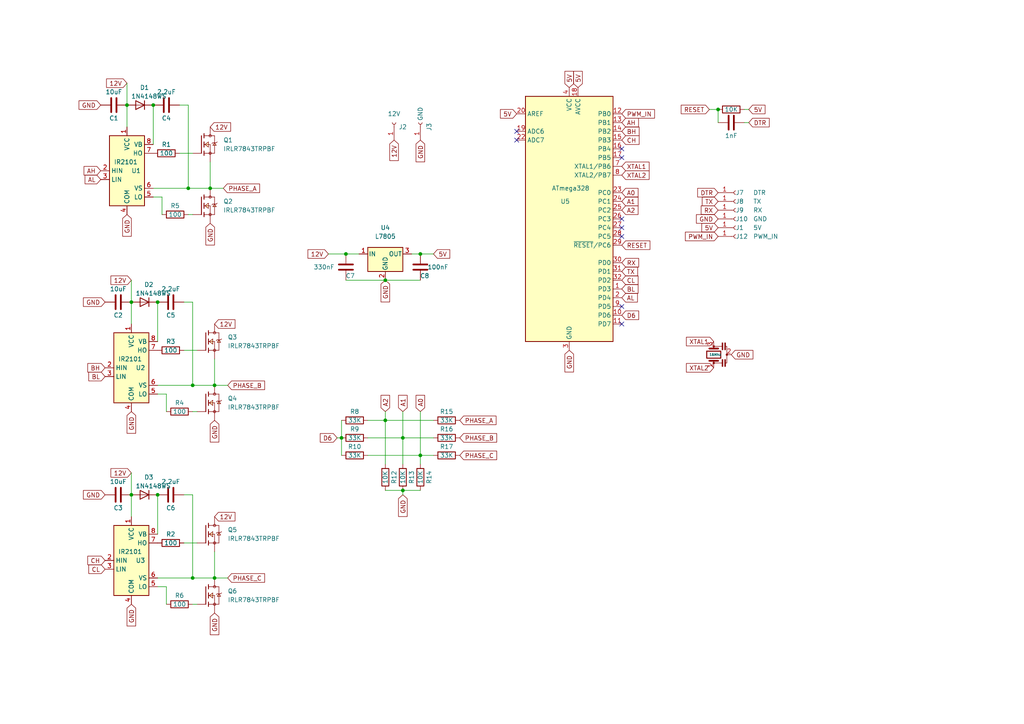
<source format=kicad_sch>
(kicad_sch (version 20211123) (generator eeschema)
  (paper "A4")
  (lib_symbols
    (symbol "Connector:Conn_01x01_Female" (pin_names (offset 1.016) hide)
      (property "Reference" "J" (at 0 2.54 0))
      (property "Value" "Conn_01x01_Female" (at 0 -2.54 0))
      (symbol "Conn_01x01_Female_1_1"
        (polyline (pts (xy -1.27 0) (xy -0.508 0)) (stroke (width 0.1524)))
        (arc (start 0 0.508) (mid -0.508 0) (end 0 -0.508) (stroke (width 0.1524)))
        (pin passive line (at -5.08 0 0) (length 3.81) (name "Pin_1") (number "1"))
      )
    )
    (symbol "Device:C" (pin_numbers hide) (pin_names (offset 0.254))
      (property "Reference" "C" (at 0.635 2.54 0))
      (property "Value" "C" (at 0.635 -2.54 0))
      (symbol "C_0_1"
        (polyline (pts (xy -2.032 -0.762) (xy 2.032 -0.762)) (stroke (width 0.508)))
        (polyline (pts (xy -2.032 0.762) (xy 2.032 0.762)) (stroke (width 0.508)))
      )
      (symbol "C_1_1"
        (pin passive line (at 0 3.81 270) (length 2.794) (name "~") (number "1"))
        (pin passive line (at 0 -3.81 90) (length 2.794) (name "~") (number "2"))
      )
    )
    (symbol "Device:R" (pin_numbers hide) (pin_names (offset 0))
      (property "Reference" "R" (at 2.032 0 90))
      (property "Value" "R" (at 0 0 90))
      (symbol "R_0_1"
        (rectangle (start -1.016 -2.54) (end 1.016 2.54) (stroke (width 0.254)))
      )
      (symbol "R_1_1"
        (pin passive line (at 0 3.81 270) (length 1.27) (name "~") (number "1"))
        (pin passive line (at 0 -3.81 90) (length 1.27) (name "~") (number "2"))
      )
    )
    (symbol "Device:Resonator" (pin_names (offset 1.016) hide)
      (property "Reference" "Y" (at 0 5.715 0))
      (property "Value" "Resonator" (at 0 3.81 0))
      (symbol "Resonator_0_1"
        (rectangle (start -3.429 -3.175) (end -1.397 -3.429) (fill (type outline)))
        (rectangle (start -3.429 -2.413) (end -1.397 -2.667) (fill (type outline)))
        (circle (center -2.413 0) (radius 0.254) (fill (type outline)))
        (rectangle (start -1.016 2.032) (end 1.016 -2.032) (stroke (width 0.3048)))
        (circle (center 0 -3.81) (radius 0.254) (fill (type outline)))
        (polyline (pts (xy -2.413 -2.413) (xy -2.413 0)))
        (polyline (pts (xy -1.905 0) (xy -3.175 0)))
        (polyline (pts (xy -1.778 -1.27) (xy -1.778 1.27)) (stroke (width 0.508)))
        (polyline (pts (xy 1.778 -1.27) (xy 1.778 1.27)) (stroke (width 0.508)))
        (polyline (pts (xy 1.905 0) (xy 2.54 0)))
        (polyline (pts (xy 2.413 0) (xy 2.413 -2.54)))
        (polyline (pts (xy 2.413 -3.302) (xy 2.413 -3.81) (xy -2.413 -3.81) (xy -2.413 -3.302)))
        (rectangle (start 1.397 -3.175) (end 3.429 -3.429) (fill (type outline)))
        (rectangle (start 1.397 -2.413) (end 3.429 -2.667) (fill (type outline)))
        (circle (center 2.413 0) (radius 0.254) (fill (type outline)))
      )
      (symbol "Resonator_1_1"
        (pin passive line (at -3.81 0 0) (length 1.27) (name "1") (number "1"))
        (pin passive line (at 0 -5.08 90) (length 1.27) (name "2") (number "2"))
        (pin passive line (at 3.81 0 180) (length 1.27) (name "3") (number "3"))
      )
    )
    (symbol "Diode:1N4148WS" (pin_numbers hide) (pin_names (offset 1.016) hide)
      (property "Reference" "D" (at 0 2.54 0))
      (property "Value" "1N4148WS" (at 0 -2.54 0))
      (symbol "1N4148WS_0_1"
        (polyline (pts (xy -1.27 1.27) (xy -1.27 -1.27)) (stroke (width 0.254)))
        (polyline (pts (xy 1.27 0) (xy -1.27 0)))
        (polyline (pts (xy 1.27 1.27) (xy 1.27 -1.27) (xy -1.27 0) (xy 1.27 1.27)) (stroke (width 0.254)))
      )
      (symbol "1N4148WS_1_1"
        (pin passive line (at -3.81 0 0) (length 2.54) (name "K") (number "1"))
        (pin passive line (at 3.81 0 180) (length 2.54) (name "A") (number "2"))
      )
    )
    (symbol "Driver_FET:IR2101"
      (property "Reference" "U" (at 1.27 13.335 0))
      (property "Value" "IR2101" (at 1.27 11.43 0))
      (symbol "IR2101_0_1"
        (rectangle (start -5.08 -10.16) (end 5.08 10.16) (stroke (width 0.254)) (fill (type background)))
      )
      (symbol "IR2101_1_1"
        (pin power_in line (at 0 12.7 270) (length 2.54) (name "VCC") (number "1"))
        (pin input line (at -7.62 0 0) (length 2.54) (name "HIN") (number "2"))
        (pin input line (at -7.62 -2.54 0) (length 2.54) (name "LIN") (number "3"))
        (pin power_in line (at 0 -12.7 90) (length 2.54) (name "COM") (number "4"))
        (pin output line (at 7.62 -7.62 180) (length 2.54) (name "LO") (number "5"))
        (pin passive line (at 7.62 -5.08 180) (length 2.54) (name "VS") (number "6"))
        (pin output line (at 7.62 5.08 180) (length 2.54) (name "HO") (number "7"))
        (pin passive line (at 7.62 7.62 180) (length 2.54) (name "VB") (number "8"))
      )
    )
    (symbol "IRLR7843TRPBF:IRLR7843TRPBF" (pin_numbers hide) (pin_names (offset 1.016) hide)
      (property "Reference" "Q" (at 6.35 2.54 0))
      (property "Value" "IRLR7843TRPBF" (at 6.35 0 0))
      (symbol "IRLR7843TRPBF_0_0"
        (polyline (pts (xy 0 2.54) (xy 0 -2.54)) (stroke (width 0.254)))
        (polyline (pts (xy 0.762 -2.54) (xy 0.762 -3.175)) (stroke (width 0.254)))
        (polyline (pts (xy 0.762 -1.905) (xy 0.762 -2.54)) (stroke (width 0.254)))
        (polyline (pts (xy 0.762 0) (xy 0.762 -0.762)) (stroke (width 0.254)))
        (polyline (pts (xy 0.762 0) (xy 2.54 0)) (stroke (width 0.1524)))
        (polyline (pts (xy 0.762 0.762) (xy 0.762 0)) (stroke (width 0.254)))
        (polyline (pts (xy 0.762 2.54) (xy 0.762 1.905)) (stroke (width 0.254)))
        (polyline (pts (xy 0.762 2.54) (xy 3.81 2.54)) (stroke (width 0.1524)))
        (polyline (pts (xy 0.762 3.175) (xy 0.762 2.54)) (stroke (width 0.254)))
        (polyline (pts (xy 2.54 -2.54) (xy 0.762 -2.54)) (stroke (width 0.1524)))
        (polyline (pts (xy 2.54 -2.54) (xy 3.81 -2.54)) (stroke (width 0.1524)))
        (polyline (pts (xy 2.54 0) (xy 2.54 -2.54)) (stroke (width 0.1524)))
        (polyline (pts (xy 3.302 0.508) (xy 3.048 0.254)) (stroke (width 0.1524)))
        (polyline (pts (xy 3.81 0.508) (xy 3.302 0.508)) (stroke (width 0.1524)))
        (polyline (pts (xy 3.81 0.508) (xy 3.81 -2.54)) (stroke (width 0.1524)))
        (polyline (pts (xy 3.81 2.54) (xy 3.81 0.508)) (stroke (width 0.1524)))
        (polyline (pts (xy 4.318 0.508) (xy 3.81 0.508)) (stroke (width 0.1524)))
        (polyline (pts (xy 4.572 0.762) (xy 4.318 0.508)) (stroke (width 0.1524)))
        (polyline (pts (xy 1.016 0) (xy 2.032 0.762) (xy 2.032 -0.762) (xy 1.016 0)) (stroke (width 0.1524)) (fill (type background)))
        (polyline (pts (xy 3.81 0.508) (xy 3.302 -0.254) (xy 4.318 -0.254) (xy 3.81 0.508)) (stroke (width 0.1524)) (fill (type background)))
        (circle (center 2.54 -2.54) (radius 0.3556))
        (circle (center 2.54 2.54) (radius 0.3556))
        (pin passive line (at -2.54 -2.54 0) (length 2.54) (name "~") (number "1"))
        (pin passive line (at 2.54 -5.08 90) (length 2.54) (name "~") (number "3"))
        (pin passive line (at 2.54 5.08 270) (length 2.54) (name "~") (number "4"))
      )
    )
    (symbol "MCU_Microchip_ATmega:ATmega328-A"
      (property "Reference" "U" (at -12.7 36.83 0))
      (property "Value" "ATmega328-A" (at 2.54 -36.83 0))
      (symbol "ATmega328-A_0_1"
        (rectangle (start -12.7 -35.56) (end 12.7 35.56) (stroke (width 0.254)) (fill (type background)))
      )
      (symbol "ATmega328-A_1_1"
        (pin bidirectional line (at 15.24 -20.32 180) (length 2.54) (name "PD3") (number "1"))
        (pin bidirectional line (at 15.24 -27.94 180) (length 2.54) (name "PD6") (number "10"))
        (pin bidirectional line (at 15.24 -30.48 180) (length 2.54) (name "PD7") (number "11"))
        (pin bidirectional line (at 15.24 30.48 180) (length 2.54) (name "PB0") (number "12"))
        (pin bidirectional line (at 15.24 27.94 180) (length 2.54) (name "PB1") (number "13"))
        (pin bidirectional line (at 15.24 25.4 180) (length 2.54) (name "PB2") (number "14"))
        (pin bidirectional line (at 15.24 22.86 180) (length 2.54) (name "PB3") (number "15"))
        (pin bidirectional line (at 15.24 20.32 180) (length 2.54) (name "PB4") (number "16"))
        (pin bidirectional line (at 15.24 17.78 180) (length 2.54) (name "PB5") (number "17"))
        (pin power_in line (at 2.54 38.1 270) (length 2.54) (name "AVCC") (number "18"))
        (pin input line (at -15.24 25.4 0) (length 2.54) (name "ADC6") (number "19"))
        (pin bidirectional line (at 15.24 -22.86 180) (length 2.54) (name "PD4") (number "2"))
        (pin passive line (at -15.24 30.48 0) (length 2.54) (name "AREF") (number "20"))
        (pin passive line (at 0 -38.1 90) (length 2.54) hide (name "GND") (number "21"))
        (pin input line (at -15.24 22.86 0) (length 2.54) (name "ADC7") (number "22"))
        (pin bidirectional line (at 15.24 7.62 180) (length 2.54) (name "PC0") (number "23"))
        (pin bidirectional line (at 15.24 5.08 180) (length 2.54) (name "PC1") (number "24"))
        (pin bidirectional line (at 15.24 2.54 180) (length 2.54) (name "PC2") (number "25"))
        (pin bidirectional line (at 15.24 0 180) (length 2.54) (name "PC3") (number "26"))
        (pin bidirectional line (at 15.24 -2.54 180) (length 2.54) (name "PC4") (number "27"))
        (pin bidirectional line (at 15.24 -5.08 180) (length 2.54) (name "PC5") (number "28"))
        (pin bidirectional line (at 15.24 -7.62 180) (length 2.54) (name "~{RESET}/PC6") (number "29"))
        (pin power_in line (at 0 -38.1 90) (length 2.54) (name "GND") (number "3"))
        (pin bidirectional line (at 15.24 -12.7 180) (length 2.54) (name "PD0") (number "30"))
        (pin bidirectional line (at 15.24 -15.24 180) (length 2.54) (name "PD1") (number "31"))
        (pin bidirectional line (at 15.24 -17.78 180) (length 2.54) (name "PD2") (number "32"))
        (pin power_in line (at 0 38.1 270) (length 2.54) (name "VCC") (number "4"))
        (pin passive line (at 0 -38.1 90) (length 2.54) hide (name "GND") (number "5"))
        (pin passive line (at 0 38.1 270) (length 2.54) hide (name "VCC") (number "6"))
        (pin bidirectional line (at 15.24 15.24 180) (length 2.54) (name "XTAL1/PB6") (number "7"))
        (pin bidirectional line (at 15.24 12.7 180) (length 2.54) (name "XTAL2/PB7") (number "8"))
        (pin bidirectional line (at 15.24 -25.4 180) (length 2.54) (name "PD5") (number "9"))
      )
    )
    (symbol "Regulator_Linear:L7805" (pin_names (offset 0.254))
      (property "Reference" "U" (at -3.81 3.175 0))
      (property "Value" "L7805" (at 0 3.175 0))
      (symbol "L7805_0_1"
        (rectangle (start -5.08 1.905) (end 5.08 -5.08) (stroke (width 0.254)) (fill (type background)))
      )
      (symbol "L7805_1_1"
        (pin power_in line (at -7.62 0 0) (length 2.54) (name "IN") (number "1"))
        (pin power_in line (at 0 -7.62 90) (length 2.54) (name "GND") (number "2"))
        (pin power_out line (at 7.62 0 180) (length 2.54) (name "OUT") (number "3"))
      )
    )
  )
  (junction (at 99.06 127))
  (junction (at 60.96 54.61))
  (junction (at 121.92 132.08))
  (junction (at 111.76 81.28))
  (junction (at 111.76 121.92))
  (junction (at 208.28 31.75))
  (junction (at 45.72 143.51))
  (junction (at 45.72 87.63))
  (junction (at 55.88 167.64))
  (junction (at 121.92 73.66))
  (junction (at 62.23 167.64))
  (junction (at 55.88 111.76))
  (junction (at 38.1 143.51))
  (junction (at 44.45 30.48))
  (junction (at 38.1 87.63))
  (junction (at 100.33 73.66))
  (junction (at 36.83 30.48))
  (junction (at 116.84 127))
  (junction (at 54.61 54.61))
  (junction (at 62.23 111.76))
  (junction (at 116.84 142.24))
  (no_connect (at 180.34 66.04))
  (no_connect (at 180.34 93.98))
  (no_connect (at 180.34 43.18))
  (no_connect (at 180.34 68.58))
  (no_connect (at 180.34 88.9))
  (no_connect (at 180.34 63.5))
  (no_connect (at 180.34 45.72))
  (no_connect (at 149.86 40.64))
  (no_connect (at 149.86 38.1))
  (wire (pts (xy 119.38 73.66) (xy 121.92 73.66)))
  (wire (pts (xy 111.76 142.24) (xy 116.84 142.24)))
  (wire (pts (xy 116.84 127) (xy 116.84 134.62)))
  (wire (pts (xy 55.88 62.23) (xy 54.61 62.23)))
  (wire (pts (xy 106.68 132.08) (xy 121.92 132.08)))
  (wire (pts (xy 111.76 121.92) (xy 111.76 134.62)))
  (wire (pts (xy 99.06 127) (xy 99.06 132.08)))
  (wire (pts (xy 45.72 167.64) (xy 55.88 167.64)))
  (wire (pts (xy 48.26 114.3) (xy 48.26 119.38)))
  (wire (pts (xy 57.15 119.38) (xy 55.88 119.38)))
  (wire (pts (xy 99.06 121.92) (xy 99.06 127)))
  (wire (pts (xy 97.79 127) (xy 99.06 127)))
  (wire (pts (xy 60.96 54.61) (xy 64.77 54.61)))
  (wire (pts (xy 62.23 104.14) (xy 62.23 111.76)))
  (wire (pts (xy 54.61 30.48) (xy 54.61 54.61)))
  (wire (pts (xy 55.88 87.63) (xy 53.34 87.63)))
  (wire (pts (xy 45.72 87.63) (xy 45.72 99.06)))
  (wire (pts (xy 121.92 119.38) (xy 121.92 132.08)))
  (wire (pts (xy 205.74 31.75) (xy 208.28 31.75)))
  (wire (pts (xy 55.88 167.64) (xy 62.23 167.64)))
  (wire (pts (xy 53.34 157.48) (xy 57.15 157.48)))
  (wire (pts (xy 45.72 143.51) (xy 45.72 154.94)))
  (wire (pts (xy 53.34 101.6) (xy 57.15 101.6)))
  (wire (pts (xy 215.9 35.56) (xy 217.17 35.56)))
  (wire (pts (xy 121.92 132.08) (xy 121.92 134.62)))
  (wire (pts (xy 44.45 54.61) (xy 54.61 54.61)))
  (wire (pts (xy 36.83 24.13) (xy 36.83 30.48)))
  (wire (pts (xy 57.15 175.26) (xy 55.88 175.26)))
  (wire (pts (xy 48.26 170.18) (xy 48.26 175.26)))
  (wire (pts (xy 62.23 167.64) (xy 66.04 167.64)))
  (wire (pts (xy 106.68 127) (xy 116.84 127)))
  (wire (pts (xy 95.25 73.66) (xy 100.33 73.66)))
  (wire (pts (xy 38.1 143.51) (xy 38.1 149.86)))
  (wire (pts (xy 45.72 170.18) (xy 48.26 170.18)))
  (wire (pts (xy 62.23 160.02) (xy 62.23 167.64)))
  (wire (pts (xy 100.33 81.28) (xy 111.76 81.28)))
  (wire (pts (xy 217.17 31.75) (xy 215.9 31.75)))
  (wire (pts (xy 116.84 143.51) (xy 116.84 142.24)))
  (wire (pts (xy 116.84 142.24) (xy 121.92 142.24)))
  (wire (pts (xy 55.88 87.63) (xy 55.88 111.76)))
  (wire (pts (xy 121.92 132.08) (xy 125.73 132.08)))
  (wire (pts (xy 111.76 121.92) (xy 125.73 121.92)))
  (wire (pts (xy 36.83 30.48) (xy 36.83 36.83)))
  (wire (pts (xy 55.88 143.51) (xy 55.88 167.64)))
  (wire (pts (xy 111.76 81.28) (xy 121.92 81.28)))
  (wire (pts (xy 38.1 87.63) (xy 38.1 93.98)))
  (wire (pts (xy 208.28 31.75) (xy 208.28 35.56)))
  (wire (pts (xy 100.33 73.66) (xy 104.14 73.66)))
  (wire (pts (xy 54.61 30.48) (xy 52.07 30.48)))
  (wire (pts (xy 111.76 119.38) (xy 111.76 121.92)))
  (wire (pts (xy 121.92 73.66) (xy 125.73 73.66)))
  (wire (pts (xy 54.61 54.61) (xy 60.96 54.61)))
  (wire (pts (xy 106.68 121.92) (xy 111.76 121.92)))
  (wire (pts (xy 44.45 57.15) (xy 46.99 57.15)))
  (wire (pts (xy 62.23 111.76) (xy 66.04 111.76)))
  (wire (pts (xy 44.45 30.48) (xy 44.45 41.91)))
  (wire (pts (xy 45.72 114.3) (xy 48.26 114.3)))
  (wire (pts (xy 116.84 119.38) (xy 116.84 127)))
  (wire (pts (xy 45.72 111.76) (xy 55.88 111.76)))
  (wire (pts (xy 46.99 57.15) (xy 46.99 62.23)))
  (wire (pts (xy 116.84 127) (xy 125.73 127)))
  (wire (pts (xy 60.96 46.99) (xy 60.96 54.61)))
  (wire (pts (xy 52.07 44.45) (xy 55.88 44.45)))
  (wire (pts (xy 55.88 143.51) (xy 53.34 143.51)))
  (wire (pts (xy 55.88 111.76) (xy 62.23 111.76)))
  (wire (pts (xy 38.1 81.28) (xy 38.1 87.63)))
  (wire (pts (xy 38.1 137.16) (xy 38.1 143.51)))
  (global_label "12V" (shape input) (at 62.23 149.86 0) (property "Intersheet References" "${INTERSHEET_REFS}" (effects hide)))
  (global_label "PHASE_B" (shape input) (at 133.35 127 0) (property "Intersheet References" "${INTERSHEET_REFS}" (effects hide)))
  (global_label "GND" (shape input) (at 116.84 143.51 270) (property "Intersheet References" "${INTERSHEET_REFS}" (effects hide)))
  (global_label "RESET" (shape input) (at 180.34 71.12 0) (property "Intersheet References" "${INTERSHEET_REFS}" (effects hide)))
  (global_label "RX" (shape input) (at 180.34 76.2 0) (property "Intersheet References" "${INTERSHEET_REFS}" (effects hide)))
  (global_label "12V" (shape input) (at 60.96 36.83 0) (property "Intersheet References" "${INTERSHEET_REFS}" (effects hide)))
  (global_label "PHASE_C" (shape input) (at 66.04 167.64 0) (property "Intersheet References" "${INTERSHEET_REFS}" (effects hide)))
  (global_label "XTAL2" (shape input) (at 180.34 50.8 0) (property "Intersheet References" "${INTERSHEET_REFS}" (effects hide)))
  (global_label "CL" (shape input) (at 30.48 165.1 180) (property "Intersheet References" "${INTERSHEET_REFS}" (effects hide)))
  (global_label "PWM_IN" (shape input) (at 208.28 68.58 180) (property "Intersheet References" "${INTERSHEET_REFS}" (effects hide)))
  (global_label "GND" (shape input) (at 36.83 62.23 270) (property "Intersheet References" "${INTERSHEET_REFS}" (effects hide)))
  (global_label "PWM_IN" (shape input) (at 180.34 33.02 0) (property "Intersheet References" "${INTERSHEET_REFS}" (effects hide)))
  (global_label "BL" (shape input) (at 180.34 83.82 0) (property "Intersheet References" "${INTERSHEET_REFS}" (effects hide)))
  (global_label "GND" (shape input) (at 60.96 64.77 270) (property "Intersheet References" "${INTERSHEET_REFS}" (effects hide)))
  (global_label "GND" (shape input) (at 62.23 177.8 270) (property "Intersheet References" "${INTERSHEET_REFS}" (effects hide)))
  (global_label "CH" (shape input) (at 180.34 40.64 0) (property "Intersheet References" "${INTERSHEET_REFS}" (effects hide)))
  (global_label "CH" (shape input) (at 30.48 162.56 180) (property "Intersheet References" "${INTERSHEET_REFS}" (effects hide)))
  (global_label "A0" (shape input) (at 121.92 119.38 90) (property "Intersheet References" "${INTERSHEET_REFS}" (effects hide)))
  (global_label "AL" (shape input) (at 29.21 52.07 180) (property "Intersheet References" "${INTERSHEET_REFS}" (effects hide)))
  (global_label "AH" (shape input) (at 180.34 35.56 0) (property "Intersheet References" "${INTERSHEET_REFS}" (effects hide)))
  (global_label "12V" (shape input) (at 38.1 81.28 180) (property "Intersheet References" "${INTERSHEET_REFS}" (effects hide)))
  (global_label "A1" (shape input) (at 180.34 58.42 0) (property "Intersheet References" "${INTERSHEET_REFS}" (effects hide)))
  (global_label "RX" (shape input) (at 208.28 60.96 180) (property "Intersheet References" "${INTERSHEET_REFS}" (effects hide)))
  (global_label "GND" (shape input) (at 62.23 121.92 270) (property "Intersheet References" "${INTERSHEET_REFS}" (effects hide)))
  (global_label "D6" (shape input) (at 97.79 127 180) (property "Intersheet References" "${INTERSHEET_REFS}" (effects hide)))
  (global_label "XTAL1" (shape input) (at 207.01 99.06 180) (property "Intersheet References" "${INTERSHEET_REFS}" (effects hide)))
  (global_label "BH" (shape input) (at 180.34 38.1 0) (property "Intersheet References" "${INTERSHEET_REFS}" (effects hide)))
  (global_label "5V" (shape input) (at 149.86 33.02 180) (property "Intersheet References" "${INTERSHEET_REFS}" (effects hide)))
  (global_label "AH" (shape input) (at 29.21 49.53 180) (property "Intersheet References" "${INTERSHEET_REFS}" (effects hide)))
  (global_label "GND" (shape input) (at 38.1 175.26 270) (property "Intersheet References" "${INTERSHEET_REFS}" (effects hide)))
  (global_label "A1" (shape input) (at 116.84 119.38 90) (property "Intersheet References" "${INTERSHEET_REFS}" (effects hide)))
  (global_label "12V" (shape input) (at 114.3 40.64 270) (property "Intersheet References" "${INTERSHEET_REFS}" (effects hide)))
  (global_label "A2" (shape input) (at 111.76 119.38 90) (property "Intersheet References" "${INTERSHEET_REFS}" (effects hide)))
  (global_label "PHASE_A" (shape input) (at 64.77 54.61 0) (property "Intersheet References" "${INTERSHEET_REFS}" (effects hide)))
  (global_label "5V" (shape input) (at 167.64 25.4 90) (property "Intersheet References" "${INTERSHEET_REFS}" (effects hide)))
  (global_label "TX" (shape input) (at 208.28 58.42 180) (property "Intersheet References" "${INTERSHEET_REFS}" (effects hide)))
  (global_label "12V" (shape input) (at 38.1 137.16 180) (property "Intersheet References" "${INTERSHEET_REFS}" (effects hide)))
  (global_label "TX" (shape input) (at 180.34 78.74 0) (property "Intersheet References" "${INTERSHEET_REFS}" (effects hide)))
  (global_label "GND" (shape input) (at 30.48 143.51 180) (property "Intersheet References" "${INTERSHEET_REFS}" (effects hide)))
  (global_label "GND" (shape input) (at 29.21 30.48 180) (property "Intersheet References" "${INTERSHEET_REFS}" (effects hide)))
  (global_label "RESET" (shape input) (at 205.74 31.75 180) (property "Intersheet References" "${INTERSHEET_REFS}" (effects hide)))
  (global_label "DTR" (shape input) (at 208.28 55.88 180) (property "Intersheet References" "${INTERSHEET_REFS}" (effects hide)))
  (global_label "GND" (shape input) (at 111.76 81.28 270) (property "Intersheet References" "${INTERSHEET_REFS}" (effects hide)))
  (global_label "PHASE_C" (shape input) (at 133.35 132.08 0) (property "Intersheet References" "${INTERSHEET_REFS}" (effects hide)))
  (global_label "CL" (shape input) (at 180.34 81.28 0) (property "Intersheet References" "${INTERSHEET_REFS}" (effects hide)))
  (global_label "12V" (shape input) (at 95.25 73.66 180) (property "Intersheet References" "${INTERSHEET_REFS}" (effects hide)))
  (global_label "XTAL1" (shape input) (at 180.34 48.26 0) (property "Intersheet References" "${INTERSHEET_REFS}" (effects hide)))
  (global_label "12V" (shape input) (at 36.83 24.13 180) (property "Intersheet References" "${INTERSHEET_REFS}" (effects hide)))
  (global_label "BL" (shape input) (at 30.48 109.22 180) (property "Intersheet References" "${INTERSHEET_REFS}" (effects hide)))
  (global_label "D6" (shape input) (at 180.34 91.44 0) (property "Intersheet References" "${INTERSHEET_REFS}" (effects hide)))
  (global_label "A2" (shape input) (at 180.34 60.96 0) (property "Intersheet References" "${INTERSHEET_REFS}" (effects hide)))
  (global_label "5V" (shape input) (at 165.1 25.4 90) (property "Intersheet References" "${INTERSHEET_REFS}" (effects hide)))
  (global_label "A0" (shape input) (at 180.34 55.88 0) (property "Intersheet References" "${INTERSHEET_REFS}" (effects hide)))
  (global_label "GND" (shape input) (at 38.1 119.38 270) (property "Intersheet References" "${INTERSHEET_REFS}" (effects hide)))
  (global_label "GND" (shape input) (at 208.28 63.5 180) (property "Intersheet References" "${INTERSHEET_REFS}" (effects hide)))
  (global_label "XTAL2" (shape input) (at 207.01 106.68 180) (property "Intersheet References" "${INTERSHEET_REFS}" (effects hide)))
  (global_label "5V" (shape input) (at 217.17 31.75 0) (property "Intersheet References" "${INTERSHEET_REFS}" (effects hide)))
  (global_label "12V" (shape input) (at 62.23 93.98 0) (property "Intersheet References" "${INTERSHEET_REFS}" (effects hide)))
  (global_label "GND" (shape input) (at 121.92 40.64 270) (property "Intersheet References" "${INTERSHEET_REFS}" (effects hide)))
  (global_label "5V" (shape input) (at 125.73 73.66 0) (property "Intersheet References" "${INTERSHEET_REFS}" (effects hide)))
  (global_label "GND" (shape input) (at 165.1 101.6 270) (property "Intersheet References" "${INTERSHEET_REFS}" (effects hide)))
  (global_label "AL" (shape input) (at 180.34 86.36 0) (property "Intersheet References" "${INTERSHEET_REFS}" (effects hide)))
  (global_label "PHASE_A" (shape input) (at 133.35 121.92 0) (property "Intersheet References" "${INTERSHEET_REFS}" (effects hide)))
  (global_label "BH" (shape input) (at 30.48 106.68 180) (property "Intersheet References" "${INTERSHEET_REFS}" (effects hide)))
  (global_label "GND" (shape input) (at 212.09 102.87 0) (property "Intersheet References" "${INTERSHEET_REFS}" (effects hide)))
  (global_label "DTR" (shape input) (at 217.17 35.56 0) (property "Intersheet References" "${INTERSHEET_REFS}" (effects hide)))
  (global_label "5V" (shape input) (at 208.28 66.04 180) (property "Intersheet References" "${INTERSHEET_REFS}" (effects hide)))
  (global_label "GND" (shape input) (at 30.48 87.63 180) (property "Intersheet References" "${INTERSHEET_REFS}" (effects hide)))
  (global_label "PHASE_B" (shape input) (at 66.04 111.76 0) (property "Intersheet References" "${INTERSHEET_REFS}" (effects hide)))
  (symbol (lib_id "Device:C") (at 121.92 77.47 180) (unit 1)
    (property "Reference" "C8" (at 123.19 80.01 0))
    (property "Value" "100nF" (at 127 77.47 0))
    (property "Footprint" "Capacitor_SMD:C_0805_2012Metric" (effects hide))
  )
  (symbol (lib_id "Device:R") (at 49.53 101.6 90) (unit 1)
    (property "Reference" "R3" (at 49.53 99.06 90))
    (property "Value" "100" (at 49.53 101.6 90))
    (property "Footprint" "Resistor_SMD:R_0805_2012Metric" (effects hide))
  )
  (symbol (lib_id "IRLR7843TRPBF:IRLR7843TRPBF") (at 59.69 116.84 0) (unit 1)
    (property "Reference" "Q4" (at 66.04 115.5699 0) (effects (justify left)))
    (property "Value" "IRLR7843TRPBF" (at 66.04 118.1099 0) (effects (justify left)))
    (property "Footprint" "TO229P990X239-3_4N" (effects hide))
    (property "MANUFACTURER" "International rectifier" (effects hide))
    (property "PARTREV" "04/30/08" (effects hide))
    (property "MAXIMUM_PACKAGE_HEIGHT" "2.39mm" (effects hide))
    (property "STANDARD" "IPC-7351B" (effects hide))
  )
  (symbol (lib_id "Connector:Conn_01x01_Female") (at 213.36 55.88 0) (unit 1)
    (property "Reference" "J7" (at 213.36 55.88 0) (effects (justify left)))
    (property "Value" "DTR" (at 218.44 55.88 0) (effects (justify left)))
    (property "Footprint" "Connector_Wire:SolderWirePad_1x01_SMD_1x2mm" (effects hide))
  )
  (symbol (lib_id "Connector:Conn_01x01_Female") (at 213.36 66.04 0) (unit 1)
    (property "Reference" "J1" (at 213.36 66.04 0) (effects (justify left)))
    (property "Value" "5V" (at 218.44 66.04 0) (effects (justify left)))
    (property "Footprint" "Connector_Wire:SolderWirePad_1x01_SMD_1x2mm" (effects hide))
  )
  (symbol (lib_id "Device:R") (at 102.87 127 90) (unit 1)
    (property "Reference" "R9" (at 102.87 124.46 90))
    (property "Value" "33K" (at 102.87 127 90))
    (property "Footprint" "Resistor_SMD:R_0805_2012Metric" (effects hide))
  )
  (symbol (lib_id "Diode:1N4148WS") (at 40.64 30.48 180) (unit 1)
    (property "Reference" "D1" (at 41.91 25.4 0))
    (property "Value" "1N4148WS" (at 43.18 27.94 0))
    (property "Footprint" "Diode_SMD:D_SOD-323" (effects hide))
    (property "Datasheet" "https://www.vishay.com/docs/85751/1n4148ws.pdf" (effects hide))
  )
  (symbol (lib_id "Connector:Conn_01x01_Female") (at 121.92 35.56 90) (unit 1)
    (property "Reference" "J3" (at 124.46 36.83 0))
    (property "Value" "GND" (at 121.92 33.02 0))
    (property "Footprint" "TestPoint:TestPoint_Pad_3.0x3.0mm" (effects hide))
  )
  (symbol (lib_id "Device:Resonator") (at 207.01 102.87 90) (unit 1)
    (property "Reference" "Y1" (effects hide))
    (property "Value" "16Mhz" (at 205.74 102.87 90) (effects (font (size 0.7 0.7)) (justify right)))
    (property "Footprint" "Crystal:Resonator_SMD_Murata_CSTxExxV-3Pin_3.0x1.1mm" (effects hide))
  )
  (symbol (lib_id "Diode:1N4148WS") (at 41.91 87.63 180) (unit 1)
    (property "Reference" "D2" (at 43.18 82.55 0))
    (property "Value" "1N4148WS" (at 44.45 85.09 0))
    (property "Footprint" "Diode_SMD:D_SOD-323" (effects hide))
    (property "Datasheet" "https://www.vishay.com/docs/85751/1n4148ws.pdf" (effects hide))
  )
  (symbol (lib_id "Connector:Conn_01x01_Female") (at 213.36 68.58 0) (unit 1)
    (property "Reference" "J12" (at 213.36 68.58 0) (effects (justify left)))
    (property "Value" "PWM_IN" (at 218.44 68.58 0) (effects (justify left)))
    (property "Footprint" "Connector_Wire:SolderWirePad_1x01_SMD_1x2mm" (effects hide))
  )
  (symbol (lib_id "Device:R") (at 102.87 121.92 90) (unit 1)
    (property "Reference" "R8" (at 102.87 119.38 90))
    (property "Value" "33K" (at 102.87 121.92 90))
    (property "Footprint" "Resistor_SMD:R_0805_2012Metric" (effects hide))
  )
  (symbol (lib_id "IRLR7843TRPBF:IRLR7843TRPBF") (at 59.69 172.72 0) (unit 1)
    (property "Reference" "Q6" (at 66.04 171.4499 0) (effects (justify left)))
    (property "Value" "IRLR7843TRPBF" (at 66.04 173.9899 0) (effects (justify left)))
    (property "Footprint" "TO229P990X239-3_4N" (effects hide))
    (property "MANUFACTURER" "International rectifier" (effects hide))
    (property "PARTREV" "04/30/08" (effects hide))
    (property "MAXIMUM_PACKAGE_HEIGHT" "2.39mm" (effects hide))
    (property "STANDARD" "IPC-7351B" (effects hide))
  )
  (symbol (lib_id "Device:C") (at 212.09 35.56 90) (unit 1)
    (property "Reference" "C17" (effects hide))
    (property "Value" "1nF" (at 212.09 39.37 90))
    (property "Footprint" "Capacitor_SMD:C_0805_2012Metric" (effects hide))
  )
  (symbol (lib_id "Regulator_Linear:L7805") (at 111.76 73.66 0) (unit 1)
    (property "Reference" "U4" (at 111.76 66.04 0))
    (property "Value" "L7805" (at 111.76 68.58 0))
    (property "Footprint" "Package_TO_SOT_SMD:SOT-89-3_Handsoldering" (effects hide))
    (property "Datasheet" "http://www.st.com/content/ccc/resource/technical/document/datasheet/41/4f/b3/b0/12/d4/47/88/CD00000444.pdf/files/CD00000444.pdf/jcr:content/translations/en.CD00000444.pdf" (effects hide))
  )
  (symbol (lib_id "IRLR7843TRPBF:IRLR7843TRPBF") (at 59.69 99.06 0) (unit 1)
    (property "Reference" "Q3" (at 66.04 97.7899 0) (effects (justify left)))
    (property "Value" "IRLR7843TRPBF" (at 66.04 100.3299 0) (effects (justify left)))
    (property "Footprint" "TO229P990X239-3_4N" (effects hide))
    (property "MANUFACTURER" "International rectifier" (effects hide))
    (property "PARTREV" "04/30/08" (effects hide))
    (property "MAXIMUM_PACKAGE_HEIGHT" "2.39mm" (effects hide))
    (property "STANDARD" "IPC-7351B" (effects hide))
  )
  (symbol (lib_id "Device:R") (at 129.54 121.92 90) (unit 1)
    (property "Reference" "R15" (at 129.54 119.38 90))
    (property "Value" "33K" (at 129.54 121.92 90))
    (property "Footprint" "Resistor_SMD:R_0805_2012Metric" (effects hide))
  )
  (symbol (lib_id "Connector:Conn_01x01_Female") (at 213.36 63.5 0) (unit 1)
    (property "Reference" "J10" (at 213.36 63.5 0) (effects (justify left)))
    (property "Value" "GND" (at 218.44 63.5 0) (effects (justify left)))
    (property "Footprint" "Connector_Wire:SolderWirePad_1x01_SMD_1x2mm" (effects hide))
  )
  (symbol (lib_id "Device:R") (at 49.53 157.48 90) (unit 1)
    (property "Reference" "R2" (at 49.53 154.94 90))
    (property "Value" "100" (at 49.53 157.48 90))
    (property "Footprint" "Resistor_SMD:R_0805_2012Metric" (effects hide))
  )
  (symbol (lib_id "Connector:Conn_01x01_Female") (at 213.36 60.96 0) (unit 1)
    (property "Reference" "J9" (at 213.36 60.96 0) (effects (justify left)))
    (property "Value" "RX" (at 218.44 60.96 0) (effects (justify left)))
    (property "Footprint" "Connector_Wire:SolderWirePad_1x01_SMD_1x2mm" (effects hide))
  )
  (symbol (lib_id "Device:R") (at 121.92 138.43 0) (unit 1)
    (property "Reference" "R14" (at 124.46 138.43 90))
    (property "Value" "10K" (at 121.92 138.43 90))
    (property "Footprint" "Resistor_SMD:R_0805_2012Metric" (effects hide))
  )
  (symbol (lib_id "Device:R") (at 129.54 127 90) (unit 1)
    (property "Reference" "R16" (at 129.54 124.46 90))
    (property "Value" "33K" (at 129.54 127 90))
    (property "Footprint" "Resistor_SMD:R_0805_2012Metric" (effects hide))
  )
  (symbol (lib_id "Diode:1N4148WS") (at 41.91 143.51 180) (unit 1)
    (property "Reference" "D3" (at 43.18 138.43 0))
    (property "Value" "1N4148WS" (at 44.45 140.97 0))
    (property "Footprint" "Diode_SMD:D_SOD-323" (effects hide))
    (property "Datasheet" "https://www.vishay.com/docs/85751/1n4148ws.pdf" (effects hide))
  )
  (symbol (lib_id "Device:R") (at 50.8 62.23 90) (unit 1)
    (property "Reference" "R5" (at 50.8 59.69 90))
    (property "Value" "100" (at 50.8 62.23 90))
    (property "Footprint" "Resistor_SMD:R_0805_2012Metric" (effects hide))
  )
  (symbol (lib_id "Driver_FET:IR2101") (at 36.83 49.53 0) (unit 1)
    (property "Reference" "U1" (at 38.1 49.53 0) (effects (justify left)))
    (property "Value" "IR2101" (at 33.02 46.99 0) (effects (justify left)))
    (property "Footprint" "Package_SO:SOIC-8_3.9x4.9mm_P1.27mm" (effects hide))
    (property "Datasheet" "https://www.infineon.com/dgdl/ir2101.pdf?fileId=5546d462533600a4015355c7a755166c" (effects hide))
  )
  (symbol (lib_id "Device:R") (at 212.09 31.75 90) (unit 1)
    (property "Reference" "R20" (effects hide))
    (property "Value" "10K" (at 212.09 31.75 90))
    (property "Footprint" "Resistor_SMD:R_0805_2012Metric" (effects hide))
  )
  (symbol (lib_id "Device:R") (at 52.07 175.26 90) (unit 1)
    (property "Reference" "R6" (at 52.07 172.72 90))
    (property "Value" "100" (at 52.07 175.26 90))
    (property "Footprint" "Resistor_SMD:R_0805_2012Metric" (effects hide))
  )
  (symbol (lib_id "IRLR7843TRPBF:IRLR7843TRPBF") (at 59.69 154.94 0) (unit 1)
    (property "Reference" "Q5" (at 66.04 153.6699 0) (effects (justify left)))
    (property "Value" "IRLR7843TRPBF" (at 66.04 156.2099 0) (effects (justify left)))
    (property "Footprint" "TO229P990X239-3_4N" (effects hide))
    (property "MANUFACTURER" "International rectifier" (effects hide))
    (property "PARTREV" "04/30/08" (effects hide))
    (property "MAXIMUM_PACKAGE_HEIGHT" "2.39mm" (effects hide))
    (property "STANDARD" "IPC-7351B" (effects hide))
  )
  (symbol (lib_id "Device:C") (at 48.26 30.48 90) (unit 1)
    (property "Reference" "C4" (at 48.26 34.29 90))
    (property "Value" "2.2uF" (at 48.26 26.67 90))
    (property "Footprint" "Capacitor_SMD:C_0805_2012Metric" (effects hide))
  )
  (symbol (lib_id "Device:C") (at 34.29 87.63 90) (unit 1)
    (property "Reference" "C2" (at 34.29 91.44 90))
    (property "Value" "10uF" (at 34.29 83.82 90))
    (property "Footprint" "Capacitor_SMD:C_0805_2012Metric" (effects hide))
  )
  (symbol (lib_id "Device:C") (at 100.33 77.47 180) (unit 1)
    (property "Reference" "C7" (at 101.6 80.01 0))
    (property "Value" "330nF" (at 93.98 77.47 0))
    (property "Footprint" "Capacitor_SMD:C_0805_2012Metric" (effects hide))
  )
  (symbol (lib_id "Device:C") (at 49.53 87.63 90) (unit 1)
    (property "Reference" "C5" (at 49.53 91.44 90))
    (property "Value" "2.2uF" (at 49.53 83.82 90))
    (property "Footprint" "Capacitor_SMD:C_0805_2012Metric" (effects hide))
  )
  (symbol (lib_id "Connector:Conn_01x01_Female") (at 114.3 35.56 90) (unit 1)
    (property "Reference" "J2" (at 116.84 36.83 90))
    (property "Value" "12V" (at 114.3 33.02 90))
    (property "Footprint" "TestPoint:TestPoint_Pad_3.0x3.0mm" (effects hide))
  )
  (symbol (lib_id "Device:R") (at 116.84 138.43 0) (unit 1)
    (property "Reference" "R13" (at 119.38 138.43 90))
    (property "Value" "10K" (at 116.84 138.43 90))
    (property "Footprint" "Resistor_SMD:R_0805_2012Metric" (effects hide))
  )
  (symbol (lib_id "MCU_Microchip_ATmega:ATmega328-A") (at 165.1 63.5 0) (unit 1)
    (property "Reference" "U5" (at 162.56 58.42 0) (effects (justify left)))
    (property "Value" "ATmega328" (at 160.02 54.61 0) (effects (justify left)))
    (property "Footprint" "Package_QFP:TQFP-32_7x7mm_P0.8mm" (effects hide))
    (property "Datasheet" "http://ww1.microchip.com/downloads/en/DeviceDoc/ATmega328_P%20AVR%20MCU%20with%20picoPower%20Technology%20Data%20Sheet%2040001984A.pdf" (effects hide))
  )
  (symbol (lib_id "Device:C") (at 49.53 143.51 90) (unit 1)
    (property "Reference" "C6" (at 49.53 147.32 90))
    (property "Value" "2.2uF" (at 49.53 139.7 90))
    (property "Footprint" "Capacitor_SMD:C_0805_2012Metric" (effects hide))
  )
  (symbol (lib_id "Driver_FET:IR2101") (at 38.1 162.56 0) (unit 1)
    (property "Reference" "U3" (at 39.37 162.56 0) (effects (justify left)))
    (property "Value" "IR2101" (at 34.29 160.02 0) (effects (justify left)))
    (property "Footprint" "Package_SO:SOIC-8_3.9x4.9mm_P1.27mm" (effects hide))
    (property "Datasheet" "https://www.infineon.com/dgdl/ir2101.pdf?fileId=5546d462533600a4015355c7a755166c" (effects hide))
  )
  (symbol (lib_id "Device:R") (at 48.26 44.45 90) (unit 1)
    (property "Reference" "R1" (at 48.26 41.91 90))
    (property "Value" "100" (at 48.26 44.45 90))
    (property "Footprint" "Resistor_SMD:R_0805_2012Metric" (effects hide))
  )
  (symbol (lib_id "Driver_FET:IR2101") (at 38.1 106.68 0) (unit 1)
    (property "Reference" "U2" (at 39.37 106.68 0) (effects (justify left)))
    (property "Value" "IR2101" (at 34.29 104.14 0) (effects (justify left)))
    (property "Footprint" "Package_SO:SOIC-8_3.9x4.9mm_P1.27mm" (effects hide))
    (property "Datasheet" "https://www.infineon.com/dgdl/ir2101.pdf?fileId=5546d462533600a4015355c7a755166c" (effects hide))
  )
  (symbol (lib_id "IRLR7843TRPBF:IRLR7843TRPBF") (at 58.42 41.91 0) (unit 1)
    (property "Reference" "Q1" (at 64.77 40.6399 0) (effects (justify left)))
    (property "Value" "IRLR7843TRPBF" (at 64.77 43.1799 0) (effects (justify left)))
    (property "Footprint" "TO229P990X239-3_4N" (effects hide))
    (property "MANUFACTURER" "International rectifier" (effects hide))
    (property "PARTREV" "04/30/08" (effects hide))
    (property "MAXIMUM_PACKAGE_HEIGHT" "2.39mm" (effects hide))
    (property "STANDARD" "IPC-7351B" (effects hide))
  )
  (symbol (lib_id "IRLR7843TRPBF:IRLR7843TRPBF") (at 58.42 59.69 0) (unit 1)
    (property "Reference" "Q2" (at 64.77 58.4199 0) (effects (justify left)))
    (property "Value" "IRLR7843TRPBF" (at 64.77 60.9599 0) (effects (justify left)))
    (property "Footprint" "TO229P990X239-3_4N" (effects hide))
    (property "MANUFACTURER" "International rectifier" (effects hide))
    (property "PARTREV" "04/30/08" (effects hide))
    (property "MAXIMUM_PACKAGE_HEIGHT" "2.39mm" (effects hide))
    (property "STANDARD" "IPC-7351B" (effects hide))
  )
  (symbol (lib_id "Device:R") (at 111.76 138.43 0) (unit 1)
    (property "Reference" "R12" (at 114.3 138.43 90))
    (property "Value" "10K" (at 111.76 138.43 90))
    (property "Footprint" "Resistor_SMD:R_0805_2012Metric" (effects hide))
  )
  (symbol (lib_id "Device:R") (at 129.54 132.08 90) (unit 1)
    (property "Reference" "R17" (at 129.54 129.54 90))
    (property "Value" "33K" (at 129.54 132.08 90))
    (property "Footprint" "Resistor_SMD:R_0805_2012Metric" (effects hide))
  )
  (symbol (lib_id "Connector:Conn_01x01_Female") (at 213.36 58.42 0) (unit 1)
    (property "Reference" "J8" (at 213.36 58.42 0) (effects (justify left)))
    (property "Value" "TX" (at 218.44 58.42 0) (effects (justify left)))
    (property "Footprint" "Connector_Wire:SolderWirePad_1x01_SMD_1x2mm" (effects hide))
  )
  (symbol (lib_id "Device:C") (at 34.29 143.51 90) (unit 1)
    (property "Reference" "C3" (at 34.29 147.32 90))
    (property "Value" "10uF" (at 34.29 139.7 90))
    (property "Footprint" "Capacitor_SMD:C_0805_2012Metric" (effects hide))
  )
  (symbol (lib_id "Device:C") (at 33.02 30.48 90) (unit 1)
    (property "Reference" "C1" (at 33.02 34.29 90))
    (property "Value" "10uF" (at 33.02 26.67 90))
    (property "Footprint" "Capacitor_SMD:C_0805_2012Metric" (effects hide))
  )
  (symbol (lib_id "Device:R") (at 102.87 132.08 90) (unit 1)
    (property "Reference" "R10" (at 102.87 129.54 90))
    (property "Value" "33K" (at 102.87 132.08 90))
    (property "Footprint" "Resistor_SMD:R_0805_2012Metric" (effects hide))
  )
  (symbol (lib_id "Device:R") (at 52.07 119.38 90) (unit 1)
    (property "Reference" "R4" (at 52.07 116.84 90))
    (property "Value" "100" (at 52.07 119.38 90))
    (property "Footprint" "Resistor_SMD:R_0805_2012Metric" (effects hide))
  )
)
</source>
